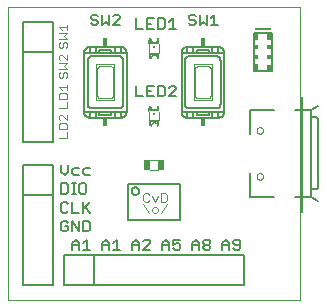
<source format=gto>
G75*
%MOIN*%
%OFA0B0*%
%FSLAX25Y25*%
%IPPOS*%
%LPD*%
%AMOC8*
5,1,8,0,0,1.08239X$1,22.5*
%
%ADD10C,0.00000*%
%ADD11C,0.00500*%
%ADD12C,0.00400*%
%ADD13R,0.01969X0.03740*%
%ADD14R,0.01969X0.03740*%
%ADD15C,0.00600*%
%ADD16C,0.00200*%
%ADD17R,0.00787X0.00591*%
%ADD18R,0.00197X0.00197*%
%ADD19R,0.00197X0.01476*%
%ADD20R,0.00787X0.01181*%
%ADD21R,0.03543X0.00886*%
%ADD22R,0.00787X0.01969*%
%ADD23R,0.02165X0.00886*%
%ADD24R,0.00394X0.00394*%
%ADD25R,0.00984X0.00984*%
%ADD26R,0.01181X0.02362*%
%ADD27R,0.01181X0.01575*%
%ADD28R,0.01181X0.01969*%
%ADD29R,0.05512X0.00394*%
%ADD30R,0.05512X0.00787*%
%ADD31R,0.00394X0.00787*%
%ADD32C,0.00300*%
%ADD33R,0.01772X0.02953*%
D10*
X0001600Y0001600D02*
X0001600Y0099100D01*
X0099100Y0099100D01*
X0099100Y0001600D01*
X0001600Y0001600D01*
X0084552Y0042673D02*
X0084554Y0042738D01*
X0084560Y0042804D01*
X0084570Y0042868D01*
X0084583Y0042932D01*
X0084601Y0042995D01*
X0084622Y0043057D01*
X0084647Y0043117D01*
X0084676Y0043176D01*
X0084708Y0043233D01*
X0084744Y0043288D01*
X0084782Y0043341D01*
X0084824Y0043391D01*
X0084869Y0043439D01*
X0084917Y0043484D01*
X0084967Y0043526D01*
X0085020Y0043564D01*
X0085075Y0043600D01*
X0085132Y0043632D01*
X0085191Y0043661D01*
X0085251Y0043686D01*
X0085313Y0043707D01*
X0085376Y0043725D01*
X0085440Y0043738D01*
X0085504Y0043748D01*
X0085570Y0043754D01*
X0085635Y0043756D01*
X0085700Y0043754D01*
X0085766Y0043748D01*
X0085830Y0043738D01*
X0085894Y0043725D01*
X0085957Y0043707D01*
X0086019Y0043686D01*
X0086079Y0043661D01*
X0086138Y0043632D01*
X0086195Y0043600D01*
X0086250Y0043564D01*
X0086303Y0043526D01*
X0086353Y0043484D01*
X0086401Y0043439D01*
X0086446Y0043391D01*
X0086488Y0043341D01*
X0086526Y0043288D01*
X0086562Y0043233D01*
X0086594Y0043176D01*
X0086623Y0043117D01*
X0086648Y0043057D01*
X0086669Y0042995D01*
X0086687Y0042932D01*
X0086700Y0042868D01*
X0086710Y0042804D01*
X0086716Y0042738D01*
X0086718Y0042673D01*
X0086716Y0042608D01*
X0086710Y0042542D01*
X0086700Y0042478D01*
X0086687Y0042414D01*
X0086669Y0042351D01*
X0086648Y0042289D01*
X0086623Y0042229D01*
X0086594Y0042170D01*
X0086562Y0042113D01*
X0086526Y0042058D01*
X0086488Y0042005D01*
X0086446Y0041955D01*
X0086401Y0041907D01*
X0086353Y0041862D01*
X0086303Y0041820D01*
X0086250Y0041782D01*
X0086195Y0041746D01*
X0086138Y0041714D01*
X0086079Y0041685D01*
X0086019Y0041660D01*
X0085957Y0041639D01*
X0085894Y0041621D01*
X0085830Y0041608D01*
X0085766Y0041598D01*
X0085700Y0041592D01*
X0085635Y0041590D01*
X0085570Y0041592D01*
X0085504Y0041598D01*
X0085440Y0041608D01*
X0085376Y0041621D01*
X0085313Y0041639D01*
X0085251Y0041660D01*
X0085191Y0041685D01*
X0085132Y0041714D01*
X0085075Y0041746D01*
X0085020Y0041782D01*
X0084967Y0041820D01*
X0084917Y0041862D01*
X0084869Y0041907D01*
X0084824Y0041955D01*
X0084782Y0042005D01*
X0084744Y0042058D01*
X0084708Y0042113D01*
X0084676Y0042170D01*
X0084647Y0042229D01*
X0084622Y0042289D01*
X0084601Y0042351D01*
X0084583Y0042414D01*
X0084570Y0042478D01*
X0084560Y0042542D01*
X0084554Y0042608D01*
X0084552Y0042673D01*
X0084552Y0058027D02*
X0084554Y0058092D01*
X0084560Y0058158D01*
X0084570Y0058222D01*
X0084583Y0058286D01*
X0084601Y0058349D01*
X0084622Y0058411D01*
X0084647Y0058471D01*
X0084676Y0058530D01*
X0084708Y0058587D01*
X0084744Y0058642D01*
X0084782Y0058695D01*
X0084824Y0058745D01*
X0084869Y0058793D01*
X0084917Y0058838D01*
X0084967Y0058880D01*
X0085020Y0058918D01*
X0085075Y0058954D01*
X0085132Y0058986D01*
X0085191Y0059015D01*
X0085251Y0059040D01*
X0085313Y0059061D01*
X0085376Y0059079D01*
X0085440Y0059092D01*
X0085504Y0059102D01*
X0085570Y0059108D01*
X0085635Y0059110D01*
X0085700Y0059108D01*
X0085766Y0059102D01*
X0085830Y0059092D01*
X0085894Y0059079D01*
X0085957Y0059061D01*
X0086019Y0059040D01*
X0086079Y0059015D01*
X0086138Y0058986D01*
X0086195Y0058954D01*
X0086250Y0058918D01*
X0086303Y0058880D01*
X0086353Y0058838D01*
X0086401Y0058793D01*
X0086446Y0058745D01*
X0086488Y0058695D01*
X0086526Y0058642D01*
X0086562Y0058587D01*
X0086594Y0058530D01*
X0086623Y0058471D01*
X0086648Y0058411D01*
X0086669Y0058349D01*
X0086687Y0058286D01*
X0086700Y0058222D01*
X0086710Y0058158D01*
X0086716Y0058092D01*
X0086718Y0058027D01*
X0086716Y0057962D01*
X0086710Y0057896D01*
X0086700Y0057832D01*
X0086687Y0057768D01*
X0086669Y0057705D01*
X0086648Y0057643D01*
X0086623Y0057583D01*
X0086594Y0057524D01*
X0086562Y0057467D01*
X0086526Y0057412D01*
X0086488Y0057359D01*
X0086446Y0057309D01*
X0086401Y0057261D01*
X0086353Y0057216D01*
X0086303Y0057174D01*
X0086250Y0057136D01*
X0086195Y0057100D01*
X0086138Y0057068D01*
X0086079Y0057039D01*
X0086019Y0057014D01*
X0085957Y0056993D01*
X0085894Y0056975D01*
X0085830Y0056962D01*
X0085766Y0056952D01*
X0085700Y0056946D01*
X0085635Y0056944D01*
X0085570Y0056946D01*
X0085504Y0056952D01*
X0085440Y0056962D01*
X0085376Y0056975D01*
X0085313Y0056993D01*
X0085251Y0057014D01*
X0085191Y0057039D01*
X0085132Y0057068D01*
X0085075Y0057100D01*
X0085020Y0057136D01*
X0084967Y0057174D01*
X0084917Y0057216D01*
X0084869Y0057261D01*
X0084824Y0057309D01*
X0084782Y0057359D01*
X0084744Y0057412D01*
X0084708Y0057467D01*
X0084676Y0057524D01*
X0084647Y0057583D01*
X0084622Y0057643D01*
X0084601Y0057705D01*
X0084583Y0057768D01*
X0084570Y0057832D01*
X0084560Y0057896D01*
X0084554Y0057962D01*
X0084552Y0058027D01*
D11*
X0082486Y0056925D02*
X0082486Y0064917D01*
X0090380Y0064917D01*
X0097328Y0064917D02*
X0102761Y0064917D01*
X0102742Y0064956D01*
X0102761Y0064917D02*
X0102761Y0062555D01*
X0104356Y0062555D01*
X0104415Y0062543D01*
X0104472Y0062527D01*
X0104529Y0062507D01*
X0104584Y0062484D01*
X0104637Y0062458D01*
X0104689Y0062428D01*
X0104739Y0062395D01*
X0104786Y0062359D01*
X0104831Y0062320D01*
X0104874Y0062278D01*
X0104914Y0062234D01*
X0104951Y0062187D01*
X0104985Y0062138D01*
X0105016Y0062087D01*
X0105044Y0062034D01*
X0105068Y0061980D01*
X0105089Y0061924D01*
X0105106Y0061867D01*
X0105120Y0061809D01*
X0105130Y0061750D01*
X0105136Y0061690D01*
X0105139Y0061631D01*
X0105138Y0061571D01*
X0105133Y0061512D01*
X0105124Y0061453D01*
X0105124Y0061452D02*
X0105124Y0050350D01*
X0105124Y0039248D01*
X0105123Y0039248D02*
X0105124Y0039197D01*
X0105120Y0039146D01*
X0105113Y0039096D01*
X0105102Y0039046D01*
X0105087Y0038998D01*
X0105069Y0038950D01*
X0105047Y0038904D01*
X0105022Y0038860D01*
X0104994Y0038818D01*
X0104962Y0038778D01*
X0104928Y0038741D01*
X0104891Y0038706D01*
X0104851Y0038674D01*
X0104810Y0038645D01*
X0104766Y0038620D01*
X0104720Y0038597D01*
X0104673Y0038578D01*
X0104624Y0038563D01*
X0104575Y0038552D01*
X0104525Y0038544D01*
X0104474Y0038540D01*
X0104474Y0038539D02*
X0102761Y0038539D01*
X0102761Y0035783D01*
X0097328Y0035783D01*
X0102624Y0035842D02*
X0105104Y0034602D01*
X0102761Y0038539D02*
X0102761Y0062555D01*
X0102663Y0064878D02*
X0105104Y0066078D01*
X0099809Y0069248D02*
X0099809Y0030665D01*
X0090399Y0035783D02*
X0082486Y0035783D01*
X0082486Y0043775D01*
X0105124Y0050350D02*
X0105131Y0050364D01*
X0105135Y0050379D01*
X0105136Y0050395D01*
X0105133Y0050411D01*
X0105126Y0050425D01*
X0105117Y0050438D01*
X0105104Y0050448D01*
X0082486Y0064917D02*
X0082486Y0064956D01*
X0057735Y0069350D02*
X0055399Y0069350D01*
X0057735Y0071685D01*
X0057735Y0072269D01*
X0057151Y0072853D01*
X0055983Y0072853D01*
X0055399Y0072269D01*
X0054052Y0072269D02*
X0053468Y0072853D01*
X0051716Y0072853D01*
X0051716Y0069350D01*
X0053468Y0069350D01*
X0054052Y0069934D01*
X0054052Y0072269D01*
X0050368Y0072853D02*
X0048033Y0072853D01*
X0048033Y0069350D01*
X0050368Y0069350D01*
X0049201Y0071101D02*
X0048033Y0071101D01*
X0046685Y0069350D02*
X0044350Y0069350D01*
X0044350Y0072853D01*
X0044350Y0091850D02*
X0046685Y0091850D01*
X0048033Y0091850D02*
X0050368Y0091850D01*
X0051716Y0091850D02*
X0053468Y0091850D01*
X0054052Y0092434D01*
X0054052Y0094769D01*
X0053468Y0095353D01*
X0051716Y0095353D01*
X0051716Y0091850D01*
X0049201Y0093601D02*
X0048033Y0093601D01*
X0048033Y0091850D02*
X0048033Y0095353D01*
X0050368Y0095353D01*
X0055399Y0094185D02*
X0056567Y0095353D01*
X0056567Y0091850D01*
X0055399Y0091850D02*
X0057735Y0091850D01*
X0061850Y0093684D02*
X0062434Y0093100D01*
X0063601Y0093100D01*
X0064185Y0093684D01*
X0064185Y0094268D01*
X0063601Y0094851D01*
X0062434Y0094851D01*
X0061850Y0095435D01*
X0061850Y0096019D01*
X0062434Y0096603D01*
X0063601Y0096603D01*
X0064185Y0096019D01*
X0065533Y0096603D02*
X0065533Y0093100D01*
X0066701Y0094268D01*
X0067868Y0093100D01*
X0067868Y0096603D01*
X0069216Y0095435D02*
X0070384Y0096603D01*
X0070384Y0093100D01*
X0069216Y0093100D02*
X0071552Y0093100D01*
X0044350Y0091850D02*
X0044350Y0095353D01*
X0039052Y0095435D02*
X0039052Y0096019D01*
X0038468Y0096603D01*
X0037300Y0096603D01*
X0036716Y0096019D01*
X0035368Y0096603D02*
X0035368Y0093100D01*
X0034201Y0094268D01*
X0033033Y0093100D01*
X0033033Y0096603D01*
X0031685Y0096019D02*
X0031101Y0096603D01*
X0029934Y0096603D01*
X0029350Y0096019D01*
X0029350Y0095435D01*
X0029934Y0094851D01*
X0031101Y0094851D01*
X0031685Y0094268D01*
X0031685Y0093684D01*
X0031101Y0093100D01*
X0029934Y0093100D01*
X0029350Y0093684D01*
X0036716Y0093100D02*
X0039052Y0095435D01*
X0039052Y0093100D02*
X0036716Y0093100D01*
X0021685Y0046603D02*
X0021685Y0044268D01*
X0020518Y0043100D01*
X0019350Y0044268D01*
X0019350Y0046603D01*
X0023033Y0044851D02*
X0023033Y0043684D01*
X0023617Y0043100D01*
X0025368Y0043100D01*
X0026716Y0043684D02*
X0027300Y0043100D01*
X0029052Y0043100D01*
X0026716Y0043684D02*
X0026716Y0044851D01*
X0027300Y0045435D01*
X0029052Y0045435D01*
X0025368Y0045435D02*
X0023617Y0045435D01*
X0023033Y0044851D01*
X0023033Y0040353D02*
X0024201Y0040353D01*
X0023617Y0040353D02*
X0023617Y0036850D01*
X0023033Y0036850D02*
X0024201Y0036850D01*
X0025489Y0037434D02*
X0026072Y0036850D01*
X0027240Y0036850D01*
X0027824Y0037434D01*
X0027824Y0039769D01*
X0027240Y0040353D01*
X0026072Y0040353D01*
X0025489Y0039769D01*
X0025489Y0037434D01*
X0021685Y0037434D02*
X0021101Y0036850D01*
X0019350Y0036850D01*
X0019350Y0040353D01*
X0021101Y0040353D01*
X0021685Y0039769D01*
X0021685Y0037434D01*
X0021101Y0034103D02*
X0019934Y0034103D01*
X0019350Y0033519D01*
X0019350Y0031184D01*
X0019934Y0030600D01*
X0021101Y0030600D01*
X0021685Y0031184D01*
X0023033Y0030600D02*
X0025368Y0030600D01*
X0026716Y0030600D02*
X0026716Y0034103D01*
X0027300Y0032351D02*
X0029052Y0030600D01*
X0026716Y0031768D02*
X0029052Y0034103D01*
X0023033Y0034103D02*
X0023033Y0030600D01*
X0023033Y0027853D02*
X0025368Y0024350D01*
X0025368Y0027853D01*
X0026716Y0027853D02*
X0028468Y0027853D01*
X0029052Y0027269D01*
X0029052Y0024934D01*
X0028468Y0024350D01*
X0026716Y0024350D01*
X0026716Y0027853D01*
X0023033Y0027853D02*
X0023033Y0024350D01*
X0021685Y0024934D02*
X0021685Y0026101D01*
X0020518Y0026101D01*
X0021685Y0024934D02*
X0021101Y0024350D01*
X0019934Y0024350D01*
X0019350Y0024934D01*
X0019350Y0027269D01*
X0019934Y0027853D01*
X0021101Y0027853D01*
X0021685Y0027269D01*
X0024268Y0021603D02*
X0025435Y0020435D01*
X0025435Y0018100D01*
X0026783Y0018100D02*
X0029118Y0018100D01*
X0027951Y0018100D02*
X0027951Y0021603D01*
X0026783Y0020435D01*
X0025435Y0019851D02*
X0023100Y0019851D01*
X0023100Y0020435D02*
X0024268Y0021603D01*
X0023100Y0020435D02*
X0023100Y0018100D01*
X0033100Y0018100D02*
X0033100Y0020435D01*
X0034268Y0021603D01*
X0035435Y0020435D01*
X0035435Y0018100D01*
X0036783Y0018100D02*
X0039118Y0018100D01*
X0037951Y0018100D02*
X0037951Y0021603D01*
X0036783Y0020435D01*
X0035435Y0019851D02*
X0033100Y0019851D01*
X0041689Y0028194D02*
X0041689Y0040006D01*
X0059011Y0040006D01*
X0059011Y0028194D01*
X0041689Y0028194D01*
X0044268Y0021603D02*
X0045435Y0020435D01*
X0045435Y0018100D01*
X0046783Y0018100D02*
X0049118Y0020435D01*
X0049118Y0021019D01*
X0048535Y0021603D01*
X0047367Y0021603D01*
X0046783Y0021019D01*
X0045435Y0019851D02*
X0043100Y0019851D01*
X0043100Y0020435D02*
X0044268Y0021603D01*
X0043100Y0020435D02*
X0043100Y0018100D01*
X0046783Y0018100D02*
X0049118Y0018100D01*
X0053100Y0018100D02*
X0053100Y0020435D01*
X0054268Y0021603D01*
X0055435Y0020435D01*
X0055435Y0018100D01*
X0056783Y0018684D02*
X0057367Y0018100D01*
X0058535Y0018100D01*
X0059118Y0018684D01*
X0059118Y0019851D01*
X0058535Y0020435D01*
X0057951Y0020435D01*
X0056783Y0019851D01*
X0056783Y0021603D01*
X0059118Y0021603D01*
X0055435Y0019851D02*
X0053100Y0019851D01*
X0063100Y0019851D02*
X0065435Y0019851D01*
X0065435Y0020435D02*
X0065435Y0018100D01*
X0066783Y0018684D02*
X0066783Y0019268D01*
X0067367Y0019851D01*
X0068535Y0019851D01*
X0069118Y0019268D01*
X0069118Y0018684D01*
X0068535Y0018100D01*
X0067367Y0018100D01*
X0066783Y0018684D01*
X0067367Y0019851D02*
X0066783Y0020435D01*
X0066783Y0021019D01*
X0067367Y0021603D01*
X0068535Y0021603D01*
X0069118Y0021019D01*
X0069118Y0020435D01*
X0068535Y0019851D01*
X0065435Y0020435D02*
X0064268Y0021603D01*
X0063100Y0020435D01*
X0063100Y0018100D01*
X0073100Y0018100D02*
X0073100Y0020435D01*
X0074268Y0021603D01*
X0075435Y0020435D01*
X0075435Y0018100D01*
X0076783Y0018684D02*
X0077367Y0018100D01*
X0078535Y0018100D01*
X0079118Y0018684D01*
X0079118Y0021019D01*
X0078535Y0021603D01*
X0077367Y0021603D01*
X0076783Y0021019D01*
X0076783Y0020435D01*
X0077367Y0019851D01*
X0079118Y0019851D01*
X0075435Y0019851D02*
X0073100Y0019851D01*
X0042850Y0037850D02*
X0042852Y0037920D01*
X0042858Y0037990D01*
X0042868Y0038059D01*
X0042881Y0038128D01*
X0042899Y0038196D01*
X0042920Y0038263D01*
X0042945Y0038328D01*
X0042974Y0038392D01*
X0043006Y0038455D01*
X0043042Y0038515D01*
X0043081Y0038573D01*
X0043123Y0038629D01*
X0043168Y0038683D01*
X0043216Y0038734D01*
X0043267Y0038782D01*
X0043321Y0038827D01*
X0043377Y0038869D01*
X0043435Y0038908D01*
X0043495Y0038944D01*
X0043558Y0038976D01*
X0043622Y0039005D01*
X0043687Y0039030D01*
X0043754Y0039051D01*
X0043822Y0039069D01*
X0043891Y0039082D01*
X0043960Y0039092D01*
X0044030Y0039098D01*
X0044100Y0039100D01*
X0044170Y0039098D01*
X0044240Y0039092D01*
X0044309Y0039082D01*
X0044378Y0039069D01*
X0044446Y0039051D01*
X0044513Y0039030D01*
X0044578Y0039005D01*
X0044642Y0038976D01*
X0044705Y0038944D01*
X0044765Y0038908D01*
X0044823Y0038869D01*
X0044879Y0038827D01*
X0044933Y0038782D01*
X0044984Y0038734D01*
X0045032Y0038683D01*
X0045077Y0038629D01*
X0045119Y0038573D01*
X0045158Y0038515D01*
X0045194Y0038455D01*
X0045226Y0038392D01*
X0045255Y0038328D01*
X0045280Y0038263D01*
X0045301Y0038196D01*
X0045319Y0038128D01*
X0045332Y0038059D01*
X0045342Y0037990D01*
X0045348Y0037920D01*
X0045350Y0037850D01*
X0045348Y0037780D01*
X0045342Y0037710D01*
X0045332Y0037641D01*
X0045319Y0037572D01*
X0045301Y0037504D01*
X0045280Y0037437D01*
X0045255Y0037372D01*
X0045226Y0037308D01*
X0045194Y0037245D01*
X0045158Y0037185D01*
X0045119Y0037127D01*
X0045077Y0037071D01*
X0045032Y0037017D01*
X0044984Y0036966D01*
X0044933Y0036918D01*
X0044879Y0036873D01*
X0044823Y0036831D01*
X0044765Y0036792D01*
X0044705Y0036756D01*
X0044642Y0036724D01*
X0044578Y0036695D01*
X0044513Y0036670D01*
X0044446Y0036649D01*
X0044378Y0036631D01*
X0044309Y0036618D01*
X0044240Y0036608D01*
X0044170Y0036602D01*
X0044100Y0036600D01*
X0044030Y0036602D01*
X0043960Y0036608D01*
X0043891Y0036618D01*
X0043822Y0036631D01*
X0043754Y0036649D01*
X0043687Y0036670D01*
X0043622Y0036695D01*
X0043558Y0036724D01*
X0043495Y0036756D01*
X0043435Y0036792D01*
X0043377Y0036831D01*
X0043321Y0036873D01*
X0043267Y0036918D01*
X0043216Y0036966D01*
X0043168Y0037017D01*
X0043123Y0037071D01*
X0043081Y0037127D01*
X0043042Y0037185D01*
X0043006Y0037245D01*
X0042974Y0037308D01*
X0042945Y0037372D01*
X0042920Y0037437D01*
X0042899Y0037504D01*
X0042881Y0037572D01*
X0042868Y0037641D01*
X0042858Y0037710D01*
X0042852Y0037780D01*
X0042850Y0037850D01*
X0021685Y0033519D02*
X0021101Y0034103D01*
D12*
X0021400Y0055550D02*
X0018598Y0055550D01*
X0021400Y0055550D02*
X0021400Y0057418D01*
X0021400Y0058497D02*
X0021400Y0059898D01*
X0020933Y0060365D01*
X0019065Y0060365D01*
X0018598Y0059898D01*
X0018598Y0058497D01*
X0021400Y0058497D01*
X0021400Y0061443D02*
X0019532Y0063311D01*
X0019065Y0063311D01*
X0018598Y0062844D01*
X0018598Y0061910D01*
X0019065Y0061443D01*
X0021400Y0061443D02*
X0021400Y0063311D01*
X0021400Y0065550D02*
X0018598Y0065550D01*
X0021400Y0065550D02*
X0021400Y0067418D01*
X0021400Y0068497D02*
X0018598Y0068497D01*
X0018598Y0069898D01*
X0019065Y0070365D01*
X0020933Y0070365D01*
X0021400Y0069898D01*
X0021400Y0068497D01*
X0021400Y0071443D02*
X0021400Y0073311D01*
X0021400Y0072377D02*
X0018598Y0072377D01*
X0019532Y0071443D01*
X0019532Y0075550D02*
X0019999Y0076017D01*
X0019999Y0076951D01*
X0020466Y0077418D01*
X0020933Y0077418D01*
X0021400Y0076951D01*
X0021400Y0076017D01*
X0020933Y0075550D01*
X0019532Y0075550D02*
X0019065Y0075550D01*
X0018598Y0076017D01*
X0018598Y0076951D01*
X0019065Y0077418D01*
X0018598Y0078497D02*
X0021400Y0078497D01*
X0020466Y0079431D01*
X0021400Y0080365D01*
X0018598Y0080365D01*
X0019065Y0081443D02*
X0018598Y0081910D01*
X0018598Y0082844D01*
X0019065Y0083311D01*
X0019532Y0083311D01*
X0021400Y0081443D01*
X0021400Y0083311D01*
X0020933Y0085550D02*
X0021400Y0086017D01*
X0021400Y0086951D01*
X0020933Y0087418D01*
X0020466Y0087418D01*
X0019999Y0086951D01*
X0019999Y0086017D01*
X0019532Y0085550D01*
X0019065Y0085550D01*
X0018598Y0086017D01*
X0018598Y0086951D01*
X0019065Y0087418D01*
X0018598Y0088497D02*
X0021400Y0088497D01*
X0020466Y0089431D01*
X0021400Y0090365D01*
X0018598Y0090365D01*
X0019532Y0091443D02*
X0018598Y0092377D01*
X0021400Y0092377D01*
X0021400Y0091443D02*
X0021400Y0093311D01*
X0048775Y0086826D02*
X0048775Y0083972D01*
X0051925Y0083972D02*
X0051925Y0086728D01*
X0051532Y0088499D02*
X0051524Y0088432D01*
X0051512Y0088365D01*
X0051497Y0088299D01*
X0051478Y0088234D01*
X0051455Y0088171D01*
X0051428Y0088108D01*
X0051398Y0088048D01*
X0051365Y0087989D01*
X0051329Y0087932D01*
X0051289Y0087877D01*
X0051246Y0087825D01*
X0051200Y0087775D01*
X0051151Y0087728D01*
X0051100Y0087683D01*
X0051047Y0087642D01*
X0050991Y0087604D01*
X0050933Y0087569D01*
X0050873Y0087538D01*
X0050811Y0087509D01*
X0050748Y0087485D01*
X0050684Y0087464D01*
X0050618Y0087447D01*
X0050552Y0087433D01*
X0050485Y0087424D01*
X0050418Y0087418D01*
X0050350Y0087416D01*
X0050282Y0087418D01*
X0050215Y0087424D01*
X0050148Y0087433D01*
X0050082Y0087447D01*
X0050016Y0087464D01*
X0049952Y0087485D01*
X0049889Y0087509D01*
X0049827Y0087538D01*
X0049767Y0087569D01*
X0049709Y0087604D01*
X0049653Y0087642D01*
X0049600Y0087683D01*
X0049549Y0087728D01*
X0049500Y0087775D01*
X0049454Y0087825D01*
X0049411Y0087877D01*
X0049371Y0087932D01*
X0049335Y0087989D01*
X0049302Y0088048D01*
X0049272Y0088108D01*
X0049245Y0088171D01*
X0049222Y0088234D01*
X0049203Y0088299D01*
X0049188Y0088365D01*
X0049176Y0088432D01*
X0049168Y0088499D01*
X0049168Y0065999D02*
X0049176Y0065932D01*
X0049188Y0065865D01*
X0049203Y0065799D01*
X0049222Y0065734D01*
X0049245Y0065671D01*
X0049272Y0065608D01*
X0049302Y0065548D01*
X0049335Y0065489D01*
X0049371Y0065432D01*
X0049411Y0065377D01*
X0049454Y0065325D01*
X0049500Y0065275D01*
X0049549Y0065228D01*
X0049600Y0065183D01*
X0049653Y0065142D01*
X0049709Y0065104D01*
X0049767Y0065069D01*
X0049827Y0065038D01*
X0049889Y0065009D01*
X0049952Y0064985D01*
X0050016Y0064964D01*
X0050082Y0064947D01*
X0050148Y0064933D01*
X0050215Y0064924D01*
X0050282Y0064918D01*
X0050350Y0064916D01*
X0050418Y0064918D01*
X0050485Y0064924D01*
X0050552Y0064933D01*
X0050618Y0064947D01*
X0050684Y0064964D01*
X0050748Y0064985D01*
X0050811Y0065009D01*
X0050873Y0065038D01*
X0050933Y0065069D01*
X0050991Y0065104D01*
X0051047Y0065142D01*
X0051100Y0065183D01*
X0051151Y0065228D01*
X0051200Y0065275D01*
X0051246Y0065325D01*
X0051289Y0065377D01*
X0051329Y0065432D01*
X0051365Y0065489D01*
X0051398Y0065548D01*
X0051428Y0065608D01*
X0051455Y0065671D01*
X0051478Y0065734D01*
X0051497Y0065799D01*
X0051512Y0065865D01*
X0051524Y0065932D01*
X0051532Y0065999D01*
X0051925Y0064228D02*
X0051925Y0061472D01*
X0048775Y0061472D02*
X0048775Y0064326D01*
X0048948Y0048250D02*
X0051752Y0048250D01*
X0051752Y0044899D02*
X0048948Y0044899D01*
X0048201Y0037102D02*
X0047267Y0037102D01*
X0046800Y0036635D01*
X0046800Y0034767D01*
X0047267Y0034300D01*
X0048201Y0034300D01*
X0048668Y0034767D01*
X0049747Y0036168D02*
X0050681Y0034300D01*
X0051615Y0036168D01*
X0052693Y0037102D02*
X0052693Y0034300D01*
X0054094Y0034300D01*
X0054561Y0034767D01*
X0054561Y0036635D01*
X0054094Y0037102D01*
X0052693Y0037102D01*
X0054561Y0033352D02*
X0052693Y0030550D01*
X0051615Y0031017D02*
X0051615Y0031951D01*
X0051148Y0032418D01*
X0050214Y0032418D01*
X0049747Y0031951D01*
X0049747Y0031017D01*
X0050214Y0030550D01*
X0051148Y0030550D01*
X0051615Y0031017D01*
X0048668Y0030550D02*
X0046800Y0033352D01*
X0048668Y0036635D02*
X0048201Y0037102D01*
D13*
X0048066Y0046580D03*
D14*
X0052666Y0046580D03*
D15*
X0061482Y0062289D02*
X0061482Y0064257D01*
X0059513Y0064257D02*
X0059515Y0064171D01*
X0059520Y0064085D01*
X0059530Y0064000D01*
X0059543Y0063915D01*
X0059560Y0063831D01*
X0059580Y0063747D01*
X0059604Y0063665D01*
X0059632Y0063584D01*
X0059663Y0063503D01*
X0059697Y0063425D01*
X0059735Y0063348D01*
X0059777Y0063273D01*
X0059821Y0063199D01*
X0059869Y0063128D01*
X0059920Y0063058D01*
X0059974Y0062991D01*
X0060030Y0062927D01*
X0060090Y0062865D01*
X0060152Y0062805D01*
X0060216Y0062749D01*
X0060283Y0062695D01*
X0060353Y0062644D01*
X0060424Y0062596D01*
X0060498Y0062552D01*
X0060573Y0062510D01*
X0060650Y0062472D01*
X0060728Y0062438D01*
X0060809Y0062407D01*
X0060890Y0062379D01*
X0060972Y0062355D01*
X0061056Y0062335D01*
X0061140Y0062318D01*
X0061225Y0062305D01*
X0061310Y0062295D01*
X0061396Y0062290D01*
X0061482Y0062288D01*
X0061482Y0062289D02*
X0063450Y0062289D01*
X0063450Y0064257D01*
X0064631Y0064257D02*
X0064631Y0063273D01*
X0068569Y0063273D01*
X0068569Y0064257D01*
X0064631Y0064257D01*
X0059513Y0064257D01*
X0059513Y0083943D01*
X0064631Y0083943D01*
X0064631Y0084927D01*
X0068569Y0084927D01*
X0068569Y0083943D01*
X0073687Y0083943D01*
X0073687Y0064257D01*
X0068569Y0064257D01*
X0069750Y0064257D02*
X0069750Y0062289D01*
X0063450Y0062289D01*
X0062033Y0065439D02*
X0071167Y0065439D01*
X0073687Y0064257D02*
X0073685Y0064171D01*
X0073680Y0064085D01*
X0073670Y0064000D01*
X0073657Y0063915D01*
X0073640Y0063831D01*
X0073620Y0063747D01*
X0073596Y0063665D01*
X0073568Y0063584D01*
X0073537Y0063503D01*
X0073503Y0063425D01*
X0073465Y0063348D01*
X0073423Y0063273D01*
X0073379Y0063199D01*
X0073331Y0063128D01*
X0073280Y0063058D01*
X0073226Y0062991D01*
X0073170Y0062927D01*
X0073110Y0062865D01*
X0073048Y0062805D01*
X0072984Y0062749D01*
X0072917Y0062695D01*
X0072847Y0062644D01*
X0072776Y0062596D01*
X0072703Y0062552D01*
X0072627Y0062510D01*
X0072550Y0062472D01*
X0072472Y0062438D01*
X0072391Y0062407D01*
X0072310Y0062379D01*
X0072228Y0062355D01*
X0072144Y0062335D01*
X0072060Y0062318D01*
X0071975Y0062305D01*
X0071890Y0062295D01*
X0071804Y0062290D01*
X0071718Y0062288D01*
X0071718Y0062289D02*
X0071718Y0064257D01*
X0071718Y0062289D02*
X0069750Y0062289D01*
X0071167Y0065438D02*
X0071239Y0065440D01*
X0071312Y0065446D01*
X0071384Y0065456D01*
X0071455Y0065469D01*
X0071525Y0065487D01*
X0071595Y0065508D01*
X0071663Y0065533D01*
X0071729Y0065562D01*
X0071794Y0065594D01*
X0071857Y0065630D01*
X0071918Y0065669D01*
X0071977Y0065711D01*
X0072034Y0065756D01*
X0072088Y0065805D01*
X0072139Y0065856D01*
X0072188Y0065910D01*
X0072233Y0065967D01*
X0072275Y0066026D01*
X0072314Y0066087D01*
X0072350Y0066150D01*
X0072382Y0066215D01*
X0072411Y0066281D01*
X0072436Y0066349D01*
X0072457Y0066419D01*
X0072475Y0066489D01*
X0072488Y0066560D01*
X0072498Y0066632D01*
X0072504Y0066705D01*
X0072506Y0066777D01*
X0072506Y0081423D01*
X0072504Y0081495D01*
X0072498Y0081568D01*
X0072488Y0081640D01*
X0072475Y0081711D01*
X0072457Y0081781D01*
X0072436Y0081851D01*
X0072411Y0081919D01*
X0072382Y0081985D01*
X0072350Y0082050D01*
X0072314Y0082113D01*
X0072275Y0082174D01*
X0072233Y0082233D01*
X0072188Y0082290D01*
X0072139Y0082344D01*
X0072088Y0082395D01*
X0072034Y0082444D01*
X0071977Y0082489D01*
X0071918Y0082531D01*
X0071857Y0082570D01*
X0071794Y0082606D01*
X0071729Y0082638D01*
X0071663Y0082667D01*
X0071595Y0082692D01*
X0071525Y0082713D01*
X0071455Y0082731D01*
X0071384Y0082744D01*
X0071312Y0082754D01*
X0071239Y0082760D01*
X0071167Y0082762D01*
X0071167Y0082761D02*
X0062033Y0082761D01*
X0059513Y0083943D02*
X0059515Y0084029D01*
X0059520Y0084115D01*
X0059530Y0084200D01*
X0059543Y0084285D01*
X0059560Y0084369D01*
X0059580Y0084453D01*
X0059604Y0084535D01*
X0059632Y0084616D01*
X0059663Y0084697D01*
X0059697Y0084775D01*
X0059735Y0084852D01*
X0059777Y0084928D01*
X0059821Y0085001D01*
X0059869Y0085072D01*
X0059920Y0085142D01*
X0059974Y0085209D01*
X0060030Y0085273D01*
X0060090Y0085335D01*
X0060152Y0085395D01*
X0060216Y0085451D01*
X0060283Y0085505D01*
X0060353Y0085556D01*
X0060424Y0085604D01*
X0060498Y0085648D01*
X0060573Y0085690D01*
X0060650Y0085728D01*
X0060728Y0085762D01*
X0060809Y0085793D01*
X0060890Y0085821D01*
X0060972Y0085845D01*
X0061056Y0085865D01*
X0061140Y0085882D01*
X0061225Y0085895D01*
X0061310Y0085905D01*
X0061396Y0085910D01*
X0061482Y0085912D01*
X0061482Y0085911D02*
X0061482Y0083943D01*
X0061482Y0085911D02*
X0063450Y0085911D01*
X0063450Y0083943D01*
X0064631Y0083943D02*
X0068569Y0083943D01*
X0069750Y0083943D02*
X0069750Y0085911D01*
X0063450Y0085911D01*
X0062033Y0082762D02*
X0061961Y0082760D01*
X0061888Y0082754D01*
X0061816Y0082744D01*
X0061745Y0082731D01*
X0061675Y0082713D01*
X0061605Y0082692D01*
X0061537Y0082667D01*
X0061471Y0082638D01*
X0061406Y0082606D01*
X0061343Y0082570D01*
X0061282Y0082531D01*
X0061223Y0082489D01*
X0061166Y0082444D01*
X0061112Y0082395D01*
X0061061Y0082344D01*
X0061012Y0082290D01*
X0060967Y0082233D01*
X0060925Y0082174D01*
X0060886Y0082113D01*
X0060850Y0082050D01*
X0060818Y0081985D01*
X0060789Y0081919D01*
X0060764Y0081851D01*
X0060743Y0081781D01*
X0060725Y0081711D01*
X0060712Y0081640D01*
X0060702Y0081568D01*
X0060696Y0081495D01*
X0060694Y0081423D01*
X0060694Y0066777D01*
X0060696Y0066705D01*
X0060702Y0066632D01*
X0060712Y0066560D01*
X0060725Y0066489D01*
X0060743Y0066419D01*
X0060764Y0066349D01*
X0060789Y0066281D01*
X0060818Y0066215D01*
X0060850Y0066150D01*
X0060886Y0066087D01*
X0060925Y0066026D01*
X0060967Y0065967D01*
X0061012Y0065910D01*
X0061061Y0065856D01*
X0061112Y0065805D01*
X0061166Y0065756D01*
X0061223Y0065711D01*
X0061282Y0065669D01*
X0061343Y0065630D01*
X0061406Y0065594D01*
X0061471Y0065562D01*
X0061537Y0065533D01*
X0061605Y0065508D01*
X0061675Y0065487D01*
X0061745Y0065469D01*
X0061816Y0065456D01*
X0061888Y0065446D01*
X0061961Y0065440D01*
X0062033Y0065438D01*
X0041187Y0064257D02*
X0036069Y0064257D01*
X0036069Y0063273D01*
X0032131Y0063273D01*
X0032131Y0064257D01*
X0027013Y0064257D01*
X0027013Y0083943D01*
X0032131Y0083943D01*
X0032131Y0084927D01*
X0036069Y0084927D01*
X0036069Y0083943D01*
X0041187Y0083943D01*
X0041187Y0064257D01*
X0039218Y0064257D02*
X0039218Y0062289D01*
X0037250Y0062289D01*
X0037250Y0064257D01*
X0036069Y0064257D02*
X0032131Y0064257D01*
X0030950Y0064257D02*
X0030950Y0062289D01*
X0028982Y0062289D01*
X0028982Y0064257D01*
X0027013Y0064257D02*
X0027015Y0064171D01*
X0027020Y0064085D01*
X0027030Y0064000D01*
X0027043Y0063915D01*
X0027060Y0063831D01*
X0027080Y0063747D01*
X0027104Y0063665D01*
X0027132Y0063584D01*
X0027163Y0063503D01*
X0027197Y0063425D01*
X0027235Y0063348D01*
X0027277Y0063273D01*
X0027321Y0063199D01*
X0027369Y0063128D01*
X0027420Y0063058D01*
X0027474Y0062991D01*
X0027530Y0062927D01*
X0027590Y0062865D01*
X0027652Y0062805D01*
X0027716Y0062749D01*
X0027783Y0062695D01*
X0027853Y0062644D01*
X0027924Y0062596D01*
X0027997Y0062552D01*
X0028073Y0062510D01*
X0028150Y0062472D01*
X0028228Y0062438D01*
X0028309Y0062407D01*
X0028390Y0062379D01*
X0028472Y0062355D01*
X0028556Y0062335D01*
X0028640Y0062318D01*
X0028725Y0062305D01*
X0028810Y0062295D01*
X0028896Y0062290D01*
X0028982Y0062288D01*
X0030950Y0062289D02*
X0037250Y0062289D01*
X0039218Y0062288D02*
X0039304Y0062290D01*
X0039390Y0062295D01*
X0039475Y0062305D01*
X0039560Y0062318D01*
X0039644Y0062335D01*
X0039728Y0062355D01*
X0039810Y0062379D01*
X0039891Y0062407D01*
X0039972Y0062438D01*
X0040050Y0062472D01*
X0040127Y0062510D01*
X0040203Y0062552D01*
X0040276Y0062596D01*
X0040347Y0062644D01*
X0040417Y0062695D01*
X0040484Y0062749D01*
X0040548Y0062805D01*
X0040610Y0062865D01*
X0040670Y0062927D01*
X0040726Y0062991D01*
X0040780Y0063058D01*
X0040831Y0063128D01*
X0040879Y0063199D01*
X0040923Y0063273D01*
X0040965Y0063348D01*
X0041003Y0063425D01*
X0041037Y0063503D01*
X0041068Y0063584D01*
X0041096Y0063665D01*
X0041120Y0063747D01*
X0041140Y0063831D01*
X0041157Y0063915D01*
X0041170Y0064000D01*
X0041180Y0064085D01*
X0041185Y0064171D01*
X0041187Y0064257D01*
X0038667Y0065439D02*
X0029533Y0065439D01*
X0029533Y0065438D02*
X0029461Y0065440D01*
X0029388Y0065446D01*
X0029316Y0065456D01*
X0029245Y0065469D01*
X0029175Y0065487D01*
X0029105Y0065508D01*
X0029037Y0065533D01*
X0028971Y0065562D01*
X0028906Y0065594D01*
X0028843Y0065630D01*
X0028782Y0065669D01*
X0028723Y0065711D01*
X0028666Y0065756D01*
X0028612Y0065805D01*
X0028561Y0065856D01*
X0028512Y0065910D01*
X0028467Y0065967D01*
X0028425Y0066026D01*
X0028386Y0066087D01*
X0028350Y0066150D01*
X0028318Y0066215D01*
X0028289Y0066281D01*
X0028264Y0066349D01*
X0028243Y0066419D01*
X0028225Y0066489D01*
X0028212Y0066560D01*
X0028202Y0066632D01*
X0028196Y0066705D01*
X0028194Y0066777D01*
X0028194Y0081423D01*
X0028196Y0081495D01*
X0028202Y0081568D01*
X0028212Y0081640D01*
X0028225Y0081711D01*
X0028243Y0081781D01*
X0028264Y0081851D01*
X0028289Y0081919D01*
X0028318Y0081985D01*
X0028350Y0082050D01*
X0028386Y0082113D01*
X0028425Y0082174D01*
X0028467Y0082233D01*
X0028512Y0082290D01*
X0028561Y0082344D01*
X0028612Y0082395D01*
X0028666Y0082444D01*
X0028723Y0082489D01*
X0028782Y0082531D01*
X0028843Y0082570D01*
X0028906Y0082606D01*
X0028971Y0082638D01*
X0029037Y0082667D01*
X0029105Y0082692D01*
X0029175Y0082713D01*
X0029245Y0082731D01*
X0029316Y0082744D01*
X0029388Y0082754D01*
X0029461Y0082760D01*
X0029533Y0082762D01*
X0029533Y0082761D02*
X0038667Y0082761D01*
X0041187Y0083943D02*
X0041185Y0084029D01*
X0041180Y0084115D01*
X0041170Y0084200D01*
X0041157Y0084285D01*
X0041140Y0084369D01*
X0041120Y0084453D01*
X0041096Y0084535D01*
X0041068Y0084616D01*
X0041037Y0084697D01*
X0041003Y0084775D01*
X0040965Y0084852D01*
X0040923Y0084928D01*
X0040879Y0085001D01*
X0040831Y0085072D01*
X0040780Y0085142D01*
X0040726Y0085209D01*
X0040670Y0085273D01*
X0040610Y0085335D01*
X0040548Y0085395D01*
X0040484Y0085451D01*
X0040417Y0085505D01*
X0040347Y0085556D01*
X0040276Y0085604D01*
X0040203Y0085648D01*
X0040127Y0085690D01*
X0040050Y0085728D01*
X0039972Y0085762D01*
X0039891Y0085793D01*
X0039810Y0085821D01*
X0039728Y0085845D01*
X0039644Y0085865D01*
X0039560Y0085882D01*
X0039475Y0085895D01*
X0039390Y0085905D01*
X0039304Y0085910D01*
X0039218Y0085912D01*
X0039218Y0085911D02*
X0039218Y0083943D01*
X0037250Y0083943D02*
X0037250Y0085911D01*
X0030950Y0085911D01*
X0030950Y0083943D01*
X0032131Y0083943D02*
X0036069Y0083943D01*
X0037250Y0085911D02*
X0039218Y0085911D01*
X0038667Y0082762D02*
X0038739Y0082760D01*
X0038812Y0082754D01*
X0038884Y0082744D01*
X0038955Y0082731D01*
X0039025Y0082713D01*
X0039095Y0082692D01*
X0039163Y0082667D01*
X0039229Y0082638D01*
X0039294Y0082606D01*
X0039357Y0082570D01*
X0039418Y0082531D01*
X0039477Y0082489D01*
X0039534Y0082444D01*
X0039588Y0082395D01*
X0039639Y0082344D01*
X0039688Y0082290D01*
X0039733Y0082233D01*
X0039775Y0082174D01*
X0039814Y0082113D01*
X0039850Y0082050D01*
X0039882Y0081985D01*
X0039911Y0081919D01*
X0039936Y0081851D01*
X0039957Y0081781D01*
X0039975Y0081711D01*
X0039988Y0081640D01*
X0039998Y0081568D01*
X0040004Y0081495D01*
X0040006Y0081423D01*
X0040006Y0066777D01*
X0040004Y0066705D01*
X0039998Y0066632D01*
X0039988Y0066560D01*
X0039975Y0066489D01*
X0039957Y0066419D01*
X0039936Y0066349D01*
X0039911Y0066281D01*
X0039882Y0066215D01*
X0039850Y0066150D01*
X0039814Y0066087D01*
X0039775Y0066026D01*
X0039733Y0065967D01*
X0039688Y0065910D01*
X0039639Y0065856D01*
X0039588Y0065805D01*
X0039534Y0065756D01*
X0039477Y0065711D01*
X0039418Y0065669D01*
X0039357Y0065630D01*
X0039294Y0065594D01*
X0039229Y0065562D01*
X0039163Y0065533D01*
X0039095Y0065508D01*
X0039025Y0065487D01*
X0038955Y0065469D01*
X0038884Y0065456D01*
X0038812Y0065446D01*
X0038739Y0065440D01*
X0038667Y0065438D01*
X0027013Y0083943D02*
X0027015Y0084029D01*
X0027020Y0084115D01*
X0027030Y0084200D01*
X0027043Y0084285D01*
X0027060Y0084369D01*
X0027080Y0084453D01*
X0027104Y0084535D01*
X0027132Y0084616D01*
X0027163Y0084697D01*
X0027197Y0084775D01*
X0027235Y0084852D01*
X0027277Y0084928D01*
X0027321Y0085001D01*
X0027369Y0085072D01*
X0027420Y0085142D01*
X0027474Y0085209D01*
X0027530Y0085273D01*
X0027590Y0085335D01*
X0027652Y0085395D01*
X0027716Y0085451D01*
X0027783Y0085505D01*
X0027853Y0085556D01*
X0027924Y0085604D01*
X0027998Y0085648D01*
X0028073Y0085690D01*
X0028150Y0085728D01*
X0028228Y0085762D01*
X0028309Y0085793D01*
X0028390Y0085821D01*
X0028472Y0085845D01*
X0028556Y0085865D01*
X0028640Y0085882D01*
X0028725Y0085895D01*
X0028810Y0085905D01*
X0028896Y0085910D01*
X0028982Y0085912D01*
X0028982Y0085911D02*
X0028982Y0083943D01*
X0028982Y0085911D02*
X0030950Y0085911D01*
X0016600Y0084100D02*
X0006600Y0084100D01*
X0006600Y0094100D01*
X0016600Y0094100D01*
X0016600Y0084100D01*
X0016600Y0054100D01*
X0006600Y0054100D01*
X0006600Y0084100D01*
X0006600Y0046600D02*
X0006600Y0036600D01*
X0016600Y0036600D01*
X0016600Y0006600D01*
X0006600Y0006600D01*
X0006600Y0036600D01*
X0016600Y0036600D02*
X0016600Y0046600D01*
X0006600Y0046600D01*
X0020350Y0016600D02*
X0020350Y0006600D01*
X0030350Y0006600D01*
X0030350Y0016600D01*
X0020350Y0016600D01*
X0030350Y0016600D02*
X0080350Y0016600D01*
X0080350Y0006600D01*
X0030350Y0006600D01*
X0083647Y0077801D02*
X0083647Y0090399D01*
X0089553Y0090399D01*
X0089553Y0077801D01*
X0083647Y0077801D01*
X0073687Y0083943D02*
X0073685Y0084029D01*
X0073680Y0084115D01*
X0073670Y0084200D01*
X0073657Y0084285D01*
X0073640Y0084369D01*
X0073620Y0084453D01*
X0073596Y0084535D01*
X0073568Y0084616D01*
X0073537Y0084697D01*
X0073503Y0084775D01*
X0073465Y0084852D01*
X0073423Y0084928D01*
X0073379Y0085001D01*
X0073331Y0085072D01*
X0073280Y0085142D01*
X0073226Y0085209D01*
X0073170Y0085273D01*
X0073110Y0085335D01*
X0073048Y0085395D01*
X0072984Y0085451D01*
X0072917Y0085505D01*
X0072847Y0085556D01*
X0072776Y0085604D01*
X0072703Y0085648D01*
X0072627Y0085690D01*
X0072550Y0085728D01*
X0072472Y0085762D01*
X0072391Y0085793D01*
X0072310Y0085821D01*
X0072228Y0085845D01*
X0072144Y0085865D01*
X0072060Y0085882D01*
X0071975Y0085895D01*
X0071890Y0085905D01*
X0071804Y0085910D01*
X0071718Y0085912D01*
X0071718Y0085911D02*
X0071718Y0083943D01*
X0071718Y0085911D02*
X0069750Y0085911D01*
D16*
X0051433Y0082102D02*
X0051431Y0082166D01*
X0051425Y0082230D01*
X0051416Y0082294D01*
X0051403Y0082356D01*
X0051386Y0082418D01*
X0051365Y0082479D01*
X0051341Y0082539D01*
X0051313Y0082597D01*
X0051283Y0082653D01*
X0051248Y0082707D01*
X0051211Y0082759D01*
X0051170Y0082809D01*
X0051127Y0082856D01*
X0051081Y0082901D01*
X0051032Y0082943D01*
X0050981Y0082982D01*
X0050928Y0083018D01*
X0050873Y0083050D01*
X0050816Y0083080D01*
X0050757Y0083106D01*
X0050697Y0083128D01*
X0050635Y0083147D01*
X0050573Y0083162D01*
X0050510Y0083173D01*
X0050446Y0083181D01*
X0050382Y0083185D01*
X0050318Y0083185D01*
X0050254Y0083181D01*
X0050190Y0083173D01*
X0050127Y0083162D01*
X0050065Y0083147D01*
X0050003Y0083128D01*
X0049943Y0083106D01*
X0049884Y0083080D01*
X0049827Y0083050D01*
X0049772Y0083018D01*
X0049719Y0082982D01*
X0049668Y0082943D01*
X0049619Y0082901D01*
X0049573Y0082856D01*
X0049530Y0082809D01*
X0049489Y0082759D01*
X0049452Y0082707D01*
X0049417Y0082653D01*
X0049387Y0082597D01*
X0049359Y0082539D01*
X0049335Y0082479D01*
X0049314Y0082418D01*
X0049297Y0082356D01*
X0049284Y0082294D01*
X0049275Y0082230D01*
X0049269Y0082166D01*
X0049267Y0082102D01*
X0048677Y0087811D02*
X0048679Y0087845D01*
X0048685Y0087879D01*
X0048695Y0087912D01*
X0048708Y0087943D01*
X0048726Y0087973D01*
X0048746Y0088001D01*
X0048770Y0088026D01*
X0048796Y0088048D01*
X0048824Y0088066D01*
X0048855Y0088082D01*
X0048887Y0088094D01*
X0048921Y0088102D01*
X0048955Y0088106D01*
X0048989Y0088106D01*
X0049023Y0088102D01*
X0049057Y0088094D01*
X0049089Y0088082D01*
X0049119Y0088066D01*
X0049148Y0088048D01*
X0049174Y0088026D01*
X0049198Y0088001D01*
X0049218Y0087973D01*
X0049236Y0087943D01*
X0049249Y0087912D01*
X0049259Y0087879D01*
X0049265Y0087845D01*
X0049267Y0087811D01*
X0049265Y0087777D01*
X0049259Y0087743D01*
X0049249Y0087710D01*
X0049236Y0087679D01*
X0049218Y0087649D01*
X0049198Y0087621D01*
X0049174Y0087596D01*
X0049148Y0087574D01*
X0049120Y0087556D01*
X0049089Y0087540D01*
X0049057Y0087528D01*
X0049023Y0087520D01*
X0048989Y0087516D01*
X0048955Y0087516D01*
X0048921Y0087520D01*
X0048887Y0087528D01*
X0048855Y0087540D01*
X0048824Y0087556D01*
X0048796Y0087574D01*
X0048770Y0087596D01*
X0048746Y0087621D01*
X0048726Y0087649D01*
X0048708Y0087679D01*
X0048695Y0087710D01*
X0048685Y0087743D01*
X0048679Y0087777D01*
X0048677Y0087811D01*
X0048677Y0065311D02*
X0048679Y0065345D01*
X0048685Y0065379D01*
X0048695Y0065412D01*
X0048708Y0065443D01*
X0048726Y0065473D01*
X0048746Y0065501D01*
X0048770Y0065526D01*
X0048796Y0065548D01*
X0048824Y0065566D01*
X0048855Y0065582D01*
X0048887Y0065594D01*
X0048921Y0065602D01*
X0048955Y0065606D01*
X0048989Y0065606D01*
X0049023Y0065602D01*
X0049057Y0065594D01*
X0049089Y0065582D01*
X0049119Y0065566D01*
X0049148Y0065548D01*
X0049174Y0065526D01*
X0049198Y0065501D01*
X0049218Y0065473D01*
X0049236Y0065443D01*
X0049249Y0065412D01*
X0049259Y0065379D01*
X0049265Y0065345D01*
X0049267Y0065311D01*
X0049265Y0065277D01*
X0049259Y0065243D01*
X0049249Y0065210D01*
X0049236Y0065179D01*
X0049218Y0065149D01*
X0049198Y0065121D01*
X0049174Y0065096D01*
X0049148Y0065074D01*
X0049120Y0065056D01*
X0049089Y0065040D01*
X0049057Y0065028D01*
X0049023Y0065020D01*
X0048989Y0065016D01*
X0048955Y0065016D01*
X0048921Y0065020D01*
X0048887Y0065028D01*
X0048855Y0065040D01*
X0048824Y0065056D01*
X0048796Y0065074D01*
X0048770Y0065096D01*
X0048746Y0065121D01*
X0048726Y0065149D01*
X0048708Y0065179D01*
X0048695Y0065210D01*
X0048685Y0065243D01*
X0048679Y0065277D01*
X0048677Y0065311D01*
X0049267Y0059602D02*
X0049269Y0059666D01*
X0049275Y0059730D01*
X0049284Y0059794D01*
X0049297Y0059856D01*
X0049314Y0059918D01*
X0049335Y0059979D01*
X0049359Y0060039D01*
X0049387Y0060097D01*
X0049417Y0060153D01*
X0049452Y0060207D01*
X0049489Y0060259D01*
X0049530Y0060309D01*
X0049573Y0060356D01*
X0049619Y0060401D01*
X0049668Y0060443D01*
X0049719Y0060482D01*
X0049772Y0060518D01*
X0049827Y0060550D01*
X0049884Y0060580D01*
X0049943Y0060606D01*
X0050003Y0060628D01*
X0050065Y0060647D01*
X0050127Y0060662D01*
X0050190Y0060673D01*
X0050254Y0060681D01*
X0050318Y0060685D01*
X0050382Y0060685D01*
X0050446Y0060681D01*
X0050510Y0060673D01*
X0050573Y0060662D01*
X0050635Y0060647D01*
X0050697Y0060628D01*
X0050757Y0060606D01*
X0050816Y0060580D01*
X0050873Y0060550D01*
X0050928Y0060518D01*
X0050981Y0060482D01*
X0051032Y0060443D01*
X0051081Y0060401D01*
X0051127Y0060356D01*
X0051170Y0060309D01*
X0051211Y0060259D01*
X0051248Y0060207D01*
X0051283Y0060153D01*
X0051313Y0060097D01*
X0051341Y0060039D01*
X0051365Y0059979D01*
X0051386Y0059918D01*
X0051403Y0059856D01*
X0051416Y0059794D01*
X0051425Y0059730D01*
X0051431Y0059666D01*
X0051433Y0059602D01*
D17*
X0048972Y0065901D03*
X0048972Y0088401D03*
D18*
X0049366Y0087614D03*
X0049366Y0065114D03*
D19*
X0048677Y0064966D03*
X0048677Y0087466D03*
D20*
X0051728Y0088106D03*
X0051728Y0065606D03*
D21*
X0050350Y0064671D03*
X0050350Y0087171D03*
D22*
X0048972Y0082988D03*
X0051728Y0082988D03*
X0051728Y0060488D03*
X0048972Y0060488D03*
D23*
X0050350Y0061029D03*
X0050350Y0083529D03*
D24*
X0049464Y0082988D03*
X0051236Y0082988D03*
X0051236Y0060488D03*
X0049464Y0060488D03*
D25*
X0050350Y0063342D03*
X0050350Y0085842D03*
D26*
X0084435Y0089218D03*
X0088765Y0089218D03*
X0088765Y0078982D03*
D27*
X0088765Y0082525D03*
X0088765Y0085675D03*
X0084435Y0085675D03*
X0084435Y0082525D03*
D28*
X0084435Y0079179D03*
D29*
X0086600Y0076817D03*
D30*
X0086600Y0091974D03*
D31*
X0084041Y0091580D03*
X0089159Y0091580D03*
D32*
X0069631Y0080006D02*
X0063569Y0080006D01*
X0063569Y0068194D01*
X0069631Y0068194D01*
X0069631Y0080006D01*
X0068529Y0079336D02*
X0064671Y0079336D01*
X0064621Y0079334D01*
X0064571Y0079329D01*
X0064522Y0079319D01*
X0064474Y0079306D01*
X0064427Y0079290D01*
X0064381Y0079270D01*
X0064337Y0079246D01*
X0064294Y0079220D01*
X0064254Y0079190D01*
X0064216Y0079157D01*
X0064181Y0079122D01*
X0064148Y0079084D01*
X0064118Y0079044D01*
X0064092Y0079002D01*
X0064068Y0078957D01*
X0064048Y0078911D01*
X0064032Y0078864D01*
X0064019Y0078816D01*
X0064009Y0078767D01*
X0064004Y0078717D01*
X0064002Y0078667D01*
X0064002Y0069533D01*
X0064004Y0069483D01*
X0064009Y0069433D01*
X0064019Y0069384D01*
X0064032Y0069336D01*
X0064048Y0069289D01*
X0064068Y0069243D01*
X0064092Y0069199D01*
X0064118Y0069156D01*
X0064148Y0069116D01*
X0064181Y0069078D01*
X0064216Y0069043D01*
X0064254Y0069010D01*
X0064294Y0068980D01*
X0064337Y0068954D01*
X0064381Y0068930D01*
X0064427Y0068910D01*
X0064474Y0068894D01*
X0064522Y0068881D01*
X0064571Y0068871D01*
X0064621Y0068866D01*
X0064671Y0068864D01*
X0068529Y0068864D01*
X0068579Y0068866D01*
X0068629Y0068871D01*
X0068678Y0068881D01*
X0068726Y0068894D01*
X0068773Y0068910D01*
X0068819Y0068930D01*
X0068864Y0068954D01*
X0068906Y0068980D01*
X0068946Y0069010D01*
X0068984Y0069043D01*
X0069019Y0069078D01*
X0069052Y0069116D01*
X0069082Y0069156D01*
X0069108Y0069199D01*
X0069132Y0069243D01*
X0069152Y0069289D01*
X0069168Y0069336D01*
X0069181Y0069384D01*
X0069191Y0069433D01*
X0069196Y0069483D01*
X0069198Y0069533D01*
X0069198Y0078667D01*
X0069196Y0078717D01*
X0069191Y0078767D01*
X0069181Y0078816D01*
X0069168Y0078864D01*
X0069152Y0078911D01*
X0069132Y0078957D01*
X0069108Y0079002D01*
X0069082Y0079044D01*
X0069052Y0079084D01*
X0069019Y0079122D01*
X0068984Y0079157D01*
X0068946Y0079190D01*
X0068906Y0079220D01*
X0068864Y0079246D01*
X0068819Y0079270D01*
X0068773Y0079290D01*
X0068726Y0079306D01*
X0068678Y0079319D01*
X0068629Y0079329D01*
X0068579Y0079334D01*
X0068529Y0079336D01*
X0037131Y0080006D02*
X0037131Y0068194D01*
X0031069Y0068194D01*
X0031069Y0080006D01*
X0037131Y0080006D01*
X0036029Y0079336D02*
X0032171Y0079336D01*
X0032121Y0079334D01*
X0032071Y0079329D01*
X0032022Y0079319D01*
X0031974Y0079306D01*
X0031927Y0079290D01*
X0031881Y0079270D01*
X0031837Y0079246D01*
X0031794Y0079220D01*
X0031754Y0079190D01*
X0031716Y0079157D01*
X0031681Y0079122D01*
X0031648Y0079084D01*
X0031618Y0079044D01*
X0031592Y0079002D01*
X0031568Y0078957D01*
X0031548Y0078911D01*
X0031532Y0078864D01*
X0031519Y0078816D01*
X0031509Y0078767D01*
X0031504Y0078717D01*
X0031502Y0078667D01*
X0031502Y0069533D01*
X0031504Y0069483D01*
X0031509Y0069433D01*
X0031519Y0069384D01*
X0031532Y0069336D01*
X0031548Y0069289D01*
X0031568Y0069243D01*
X0031592Y0069199D01*
X0031618Y0069156D01*
X0031648Y0069116D01*
X0031681Y0069078D01*
X0031716Y0069043D01*
X0031754Y0069010D01*
X0031794Y0068980D01*
X0031837Y0068954D01*
X0031881Y0068930D01*
X0031927Y0068910D01*
X0031974Y0068894D01*
X0032022Y0068881D01*
X0032071Y0068871D01*
X0032121Y0068866D01*
X0032171Y0068864D01*
X0036029Y0068864D01*
X0036079Y0068866D01*
X0036129Y0068871D01*
X0036178Y0068881D01*
X0036226Y0068894D01*
X0036273Y0068910D01*
X0036319Y0068930D01*
X0036364Y0068954D01*
X0036406Y0068980D01*
X0036446Y0069010D01*
X0036484Y0069043D01*
X0036519Y0069078D01*
X0036552Y0069116D01*
X0036582Y0069156D01*
X0036608Y0069199D01*
X0036632Y0069243D01*
X0036652Y0069289D01*
X0036668Y0069336D01*
X0036681Y0069384D01*
X0036691Y0069433D01*
X0036696Y0069483D01*
X0036698Y0069533D01*
X0036698Y0078667D01*
X0036696Y0078717D01*
X0036691Y0078767D01*
X0036681Y0078816D01*
X0036668Y0078864D01*
X0036652Y0078911D01*
X0036632Y0078957D01*
X0036608Y0079002D01*
X0036582Y0079044D01*
X0036552Y0079084D01*
X0036519Y0079122D01*
X0036484Y0079157D01*
X0036446Y0079190D01*
X0036406Y0079220D01*
X0036364Y0079246D01*
X0036319Y0079270D01*
X0036273Y0079290D01*
X0036226Y0079306D01*
X0036178Y0079319D01*
X0036129Y0079329D01*
X0036079Y0079334D01*
X0036029Y0079336D01*
D33*
X0034100Y0087387D03*
X0034100Y0060813D03*
X0066600Y0060813D03*
X0066600Y0087387D03*
M02*

</source>
